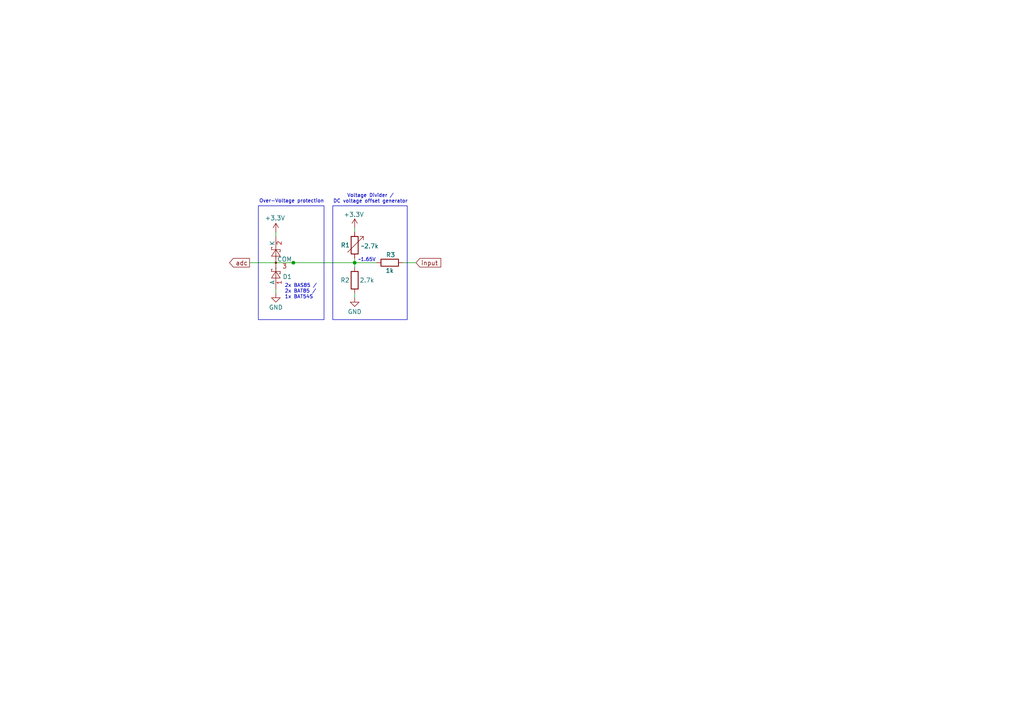
<source format=kicad_sch>
(kicad_sch (version 20250114) (generator "eeschema") (generator_version "9.0")
  (paper "A4")
  (lib_symbols
    (symbol "Device:R" (pin_numbers (hide yes)) (pin_names (offset 0))
      (property "Reference" "R" (at 2.032 0 90))
      (property "Value" "R" (at 0 0 90))
      (symbol "R_0_1"
        (rectangle (start -1.016 -2.54) (end 1.016 2.54) (stroke (width 0.254)))
      )
      (symbol "R_1_1"
        (pin passive line (at 0 3.81 270) (length 1.27) (name "~") (number "1"))
        (pin passive line (at 0 -3.81 90) (length 1.27) (name "~") (number "2"))
      )
    )
    (symbol "Device:R_Variable" (pin_numbers (hide yes)) (pin_names (offset 0))
      (property "Reference" "R" (at 2.54 -2.54 90))
      (property "Value" "R_Variable" (at -2.54 -1.27 90))
      (symbol "R_Variable_0_1"
        (rectangle (start -1.016 -2.54) (end 1.016 2.54) (stroke (width 0.254)))
        (polyline (pts (xy 2.54 1.524) (xy 2.54 2.54) (xy 1.524 2.54) (xy 2.54 2.54) (xy -2.032 -2.032)))
      )
      (symbol "R_Variable_1_1"
        (pin passive line (at 0 3.81 270) (length 1.27) (name "~") (number "1"))
        (pin passive line (at 0 -3.81 90) (length 1.27) (name "~") (number "2"))
      )
    )
    (symbol "Diode:BAT54S" (pin_names (offset 0))
      (property "Reference" "D" (at 2.54 -5.08 0))
      (property "Value" "BAT54S" (at -6.35 3.175 0))
      (symbol "BAT54S_0_1"
        (polyline (pts (xy -4.445 1.27) (xy -4.445 -1.27) (xy -2.54 0) (xy -4.445 1.27)))
        (polyline (pts (xy -3.81 0) (xy -1.27 0)))
        (polyline (pts (xy -3.175 -1.27) (xy -3.175 -1.016)))
        (polyline (pts (xy -2.54 1.27) (xy -1.905 1.27)))
        (polyline (pts (xy -2.54 -1.27) (xy -3.175 -1.27)))
        (polyline (pts (xy -2.54 -1.27) (xy -2.54 1.27)))
        (polyline (pts (xy -1.905 1.27) (xy -1.905 1.016)))
        (polyline (pts (xy -1.905 0) (xy 1.905 0)))
        (circle (center 0 0) (radius 0.254) (fill (type outline)))
        (polyline (pts (xy 1.27 0) (xy 3.81 0)))
        (polyline (pts (xy 1.905 1.27) (xy 1.905 -1.27) (xy 3.81 0) (xy 1.905 1.27)))
        (polyline (pts (xy 3.175 -1.27) (xy 3.175 -1.016)))
        (polyline (pts (xy 3.81 1.27) (xy 4.445 1.27)))
        (polyline (pts (xy 3.81 -1.27) (xy 3.175 -1.27)))
        (polyline (pts (xy 3.81 -1.27) (xy 3.81 1.27)))
        (polyline (pts (xy 4.445 1.27) (xy 4.445 1.016)))
      )
      (symbol "BAT54S_1_1"
        (pin passive line (at -7.62 0 0) (length 3.81) (name "A") (number "1"))
        (pin passive line (at 0 -5.08 90) (length 5.08) (name "COM") (number "3"))
        (pin passive line (at 7.62 0 180) (length 3.81) (name "K") (number "2"))
      )
    )
    (symbol "power:+3.3V" (power) (pin_numbers (hide yes)) (pin_names (offset 0) (hide yes))
      (property "Value" "+3.3V" (at 0 3.556 0))
      (symbol "+3.3V_0_1"
        (polyline (pts (xy -0.762 1.27) (xy 0 2.54)))
        (polyline (pts (xy 0 2.54) (xy 0.762 1.27)))
        (polyline (pts (xy 0 0) (xy 0 2.54)))
      )
      (symbol "+3.3V_1_1"
        (pin power_in line (at 0 0 90) (length 0) (name "~") (number "1"))
      )
    )
    (symbol "power:GND" (power) (pin_numbers (hide yes)) (pin_names (offset 0) (hide yes))
      (property "Value" "GND" (at 0 -3.81 0))
      (symbol "GND_0_1"
        (polyline (pts (xy 0 0) (xy 0 -1.27) (xy 1.27 -1.27) (xy 0 -2.54) (xy -1.27 -1.27) (xy 0 -1.27)))
      )
      (symbol "GND_1_1"
        (pin power_in line (at 0 0 270) (length 0) (name "~") (number "1"))
      )
    )
  )
  (rectangle (start 96.52 59.69) (end 118.11 92.71))
  (rectangle (start 74.93 59.69) (end 93.98 92.71))
  (text "~1.65V" (at 106.426 75.438 0) (effects (font (size 1.016 1.016))))
  (text "2x BAS85 /\n2x BAT85 /\n1x BAT54S" (at 82.55 84.582 0) (effects (font (size 1.016 1.016)) (justify left)))
  (text "Over-Voltage protection" (at 84.582 58.42 0) (effects (font (size 1.016 1.016))))
  (text "Voltage Divider /\nDC voltage offset generator" (at 107.442 57.658 0) (effects (font (size 1.016 1.016))))
  (junction (at 102.87 76.2))
  (junction (at 85.09 76.2))
  (wire (pts (xy 102.87 76.2) (xy 109.22 76.2)))
  (wire (pts (xy 102.87 76.2) (xy 102.87 77.47)))
  (wire (pts (xy 102.87 66.04) (xy 102.87 67.31)))
  (wire (pts (xy 72.39 76.2) (xy 85.09 76.2)))
  (wire (pts (xy 80.01 67.31) (xy 80.01 68.58)))
  (wire (pts (xy 116.84 76.2) (xy 120.65 76.2)))
  (wire (pts (xy 80.01 83.82) (xy 80.01 85.09)))
  (wire (pts (xy 102.87 85.09) (xy 102.87 86.36)))
  (wire (pts (xy 85.09 76.2) (xy 102.87 76.2)))
  (wire (pts (xy 102.87 74.93) (xy 102.87 76.2)))
  (global_label "input" (shape input) (at 120.65 76.2 0) (property "Intersheetrefs" "${INTERSHEET_REFS}" (effects (hide yes))))
  (global_label "adc" (shape output) (at 72.39 76.2 180) (property "Intersheetrefs" "${INTERSHEET_REFS}" (effects (hide yes))))
  (symbol (lib_id "power:+3.3V") (at 80.01 67.31 0) (unit 1)
    (property "Reference" "#PWR018" (effects (hide yes)))
    (property "Value" "+3.3V" (at 79.756 63.246 0))
    (property "Description" "Power symbol creates a global label with name \"+3.3V\"" (effects (hide yes)))
  )
  (symbol (lib_id "Device:R") (at 113.03 76.2 90) (unit 1)
    (property "Reference" "R3" (at 113.284 73.914 90))
    (property "Value" "1k" (at 113.03 78.486 90))
    (property "Footprint" "Resistor_SMD:R_0805_2012Metric" (effects (hide yes)))
    (property "Description" "Resistor" (effects (hide yes)))
  )
  (symbol (lib_id "Device:R") (at 102.87 81.28 180) (unit 1)
    (property "Reference" "R2" (at 100.076 81.28 0))
    (property "Value" "2.7k" (at 106.426 81.28 0))
    (property "Footprint" "Resistor_SMD:R_0805_2012Metric" (effects (hide yes)))
    (property "Description" "Resistor" (effects (hide yes)))
  )
  (symbol (lib_id "Device:R_Variable") (at 102.87 71.12 0) (unit 1)
    (property "Reference" "R1" (at 98.806 71.12 0) (effects (justify left)))
    (property "Value" "~2.7k" (at 104.648 71.374 0) (effects (justify left)))
    (property "Description" "Variable resistor" (effects (hide yes)))
  )
  (symbol (lib_id "power:GND") (at 102.87 86.36 0) (unit 1)
    (property "Reference" "#PWR019" (effects (hide yes)))
    (property "Value" "GND" (at 102.87 90.424 0))
    (property "Description" "Power symbol creates a global label with name \"GND\" , ground" (effects (hide yes)))
  )
  (symbol (lib_id "power:GND") (at 80.01 85.09 0) (unit 1)
    (property "Reference" "#PWR01" (effects (hide yes)))
    (property "Value" "GND" (at 80.01 89.154 0))
    (property "Description" "Power symbol creates a global label with name \"GND\" , ground" (effects (hide yes)))
  )
  (symbol (lib_id "Diode:BAT54S") (at 80.01 76.2 90) (unit 1)
    (property "Reference" "D1" (at 83.312 80.264 90))
    (property "Footprint" "Package_TO_SOT_SMD:SOT-23" (effects (hide yes)))
    (property "Datasheet" "https://www.diodes.com/assets/Datasheets/ds11005.pdf" (effects (hide yes)))
    (property "Description" "Vr 30V, If 200mA, Dual schottky barrier diode, in series, SOT-323" (effects (hide yes)))
  )
  (symbol (lib_id "power:+3.3V") (at 102.87 66.04 0) (unit 1)
    (property "Reference" "#PWR02" (effects (hide yes)))
    (property "Value" "+3.3V" (at 102.616 62.23 0))
    (property "Description" "Power symbol creates a global label with name \"+3.3V\"" (effects (hide yes)))
  )
)
</source>
